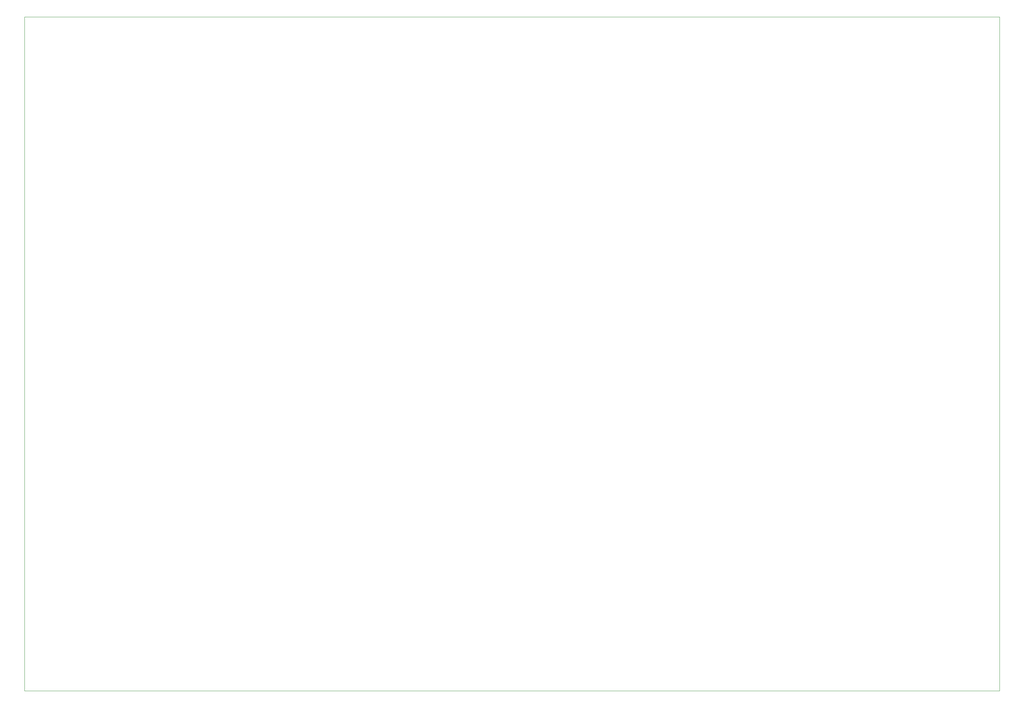
<source format=gbr>
G04 #@! TF.GenerationSoftware,KiCad,Pcbnew,5.1.5+dfsg1-2build2*
G04 #@! TF.CreationDate,2021-11-04T14:18:05+00:00*
G04 #@! TF.ProjectId,MAXI030,4d415849-3033-4302-9e6b-696361645f70,rev?*
G04 #@! TF.SameCoordinates,Original*
G04 #@! TF.FileFunction,Profile,NP*
%FSLAX46Y46*%
G04 Gerber Fmt 4.6, Leading zero omitted, Abs format (unit mm)*
G04 Created by KiCad (PCBNEW 5.1.5+dfsg1-2build2) date 2021-11-04 14:18:05*
%MOMM*%
%LPD*%
G04 APERTURE LIST*
%ADD10C,0.100000*%
G04 APERTURE END LIST*
D10*
X-74930000Y57785000D02*
X-74930000Y223520000D01*
X164465000Y57785000D02*
X-74930000Y57785000D01*
X164465000Y223520000D02*
X164465000Y57785000D01*
X-74930000Y223520000D02*
X164465000Y223520000D01*
M02*

</source>
